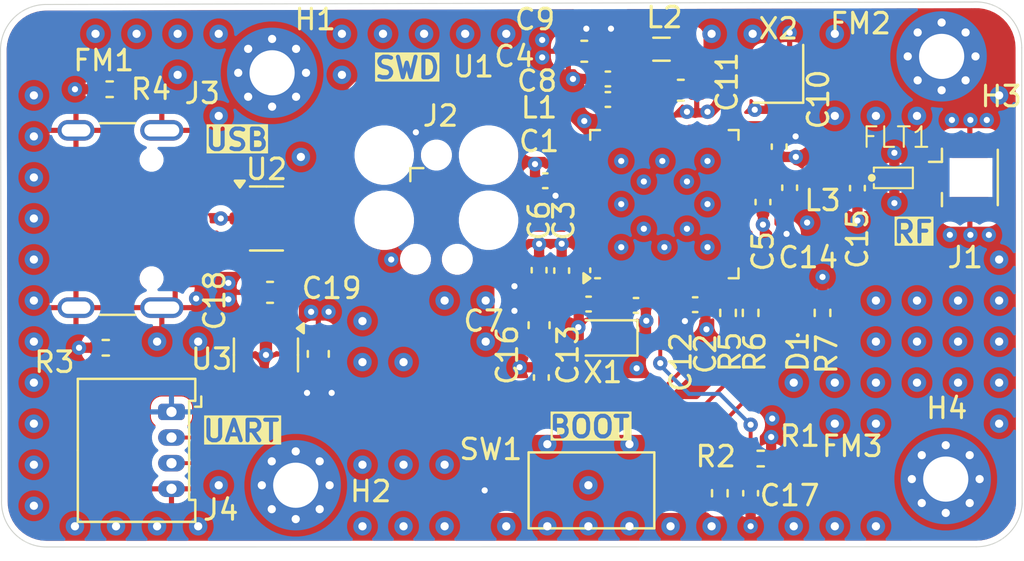
<source format=kicad_pcb>
(kicad_pcb (version 20241229) (generator "pcbnew") (generator_version "9.0")
  (layers (0 "F.Cu" signal) (4 "In1.Cu" signal) (6 "In2.Cu" signal) (2 "B.Cu" signal) (13 "F.Paste" user) (15 "B.Paste" user) (5 "F.SilkS" user "F.Silkscreen") (7 "B.SilkS" user "B.Silkscreen") (1 "F.Mask" user) (3 "B.Mask" user) (25 "Edge.Cuts" user))
  (net 0 "")
  (net 1 "GND")
  (net 2 "+3.3V")
  (net 3 "/SMPSFB")
  (net 4 "/LSE_OUT")
  (net 5 "/LSE_IN")
  (net 6 "/RF")
  (net 7 "/RF_MATCH")
  (net 8 "/SWD_NRST")
  (net 9 "+5V")
  (net 10 "/LED_A")
  (net 11 "/LED_K")
  (net 12 "/RF_ANT")
  (net 15 "/SMPSLX")
  (net 16 "/BSW")
  (net 17 "/UART_TX")
  (net 18 "/UART_DX")
  (net 20 "/USB_D+")
  (net 22 "/USB_D-")
  (net 27 "/HSE_IN")
  (net 32 "/HSE_OUT")
  (net 45 "/SWD_CLK")
  (net 46 "/SWD_DIO")
  (net 47 "/SWD_TRC")
  (net 48 "/USBC_CC1")
  (net 49 "/USBC_D-")
  (net 50 "/USBC_D+")
  (net 51 "/USBC_CC2")
  (net 52 "/UART_RXC")
  (net 53 "/UART_TXC")
  (net 54 "/SMPSLXL")
  (net 55 "/BOOT0")
  (footprint "MountingHole:MountingHole_2.2mm_M2_Pad_Via" (layer "F.Cu") (at 68.4 80.7)
    (property "Reference" "H4")
    (property "Value" "MountingHole_Pad")
  )
  (footprint "Capacitor_SMD:C_0402_1005Metric" (layer "F.Cu") (at 59.5 67.2 -90)
    (property "Reference" "C5")
    (property "Value" "100n")
  )
  (footprint "Capacitor_SMD:C_0603_1608Metric" (layer "F.Cu") (at 35.5 71.6 180)
    (property "Reference" "C18")
    (property "Value" "4u7")
  )
  (footprint "Capacitor_SMD:C_0402_1005Metric" (layer "F.Cu") (at 48.71 75.75 90)
    (property "Reference" "C16")
    (property "Value" "100n")
  )
  (footprint "Capacitor_SMD:C_0402_1005Metric" (layer "F.Cu") (at 53.32 72.235)
    (property "Reference" "C12")
    (property "Value" "10p")
  )
  (footprint "Connector:Tag-Connect_TC2030-IDC-FP_2x03_P1.27mm_Vertical" (layer "F.Cu") (at 43.6 67.45 -90)
    (property "Reference" "J2")
    (property "Value" "Conn_ARM_SWD_TagConnect_TC2030")
  )
  (footprint "Fiducial:Fiducial_1mm_Mask2mm" (layer "F.Cu") (at 64.25 60.45)
    (property "Reference" "FM2")
    (property "Value" "Fiducial")
  )
  (footprint "Resistor_SMD:R_0402_1005Metric" (layer "F.Cu") (at 62.4 72.6 -90)
    (property "Reference" "R7")
    (property "Value" "220R")
  )
  (footprint "Connector_USB:USB_C_Receptacle_GCT_USB4105-xx-A_16P_TopMnt_Horizontal" (layer "F.Cu") (at 27.125 68.025 -90)
    (property "Reference" "J3")
    (property "Value" "USB_C_Receptacle_USB2.0_16P")
  )
  (footprint "Capacitor_SMD:C_0402_1005Metric" (layer "F.Cu") (at 60.29 64.5 -90)
    (property "Reference" "C10")
    (property "Value" "100n")
  )
  (footprint "Resistor_SMD:R_0402_1005Metric" (layer "F.Cu") (at 27.69 61.7 180)
    (property "Reference" "R4")
    (property "Value" "5k1")
  )
  (footprint "Capacitor_SMD:C_0402_1005Metric" (layer "F.Cu") (at 51.95 62.2 180)
    (property "Reference" "C8")
    (property "Value" "100n")
  )
  (footprint "Capacitor_SMD:C_0402_1005Metric" (layer "F.Cu") (at 49.7 70.54 90)
    (property "Reference" "C3")
    (property "Value" "100n")
  )
  (footprint "Fiducial:Fiducial_1mm_Mask2mm" (layer "F.Cu") (at 63.85 81.05)
    (property "Reference" "FM3")
    (property "Value" "Fiducial")
  )
  (footprint "Resistor_SMD:R_0402_1005Metric" (layer "F.Cu") (at 59.39 79.7)
    (property "Reference" "R1")
    (property "Value" "5k1")
  )
  (footprint "Capacitor_SMD:C_0402_1005Metric" (layer "F.Cu") (at 60.8 66.5 -90)
    (property "Reference" "C14")
    (property "Value" "0p8")
  )
  (footprint "MountingHole:MountingHole_2.2mm_M2_Pad_Via" (layer "F.Cu") (at 68.2 60.1)
    (property "Reference" "H3")
    (property "Value" "MountingHole_Pad")
  )
  (footprint "StarerProject_PCBFootPrint:Untitled" (layer "F.Cu") (at 65.9 66.02)
    (property "Reference" "FLT1")
    (property "Value" "DLF162500LT-5028A1")
  )
  (footprint "Fiducial:Fiducial_1mm_Mask2mm" (layer "F.Cu") (at 24.6 59.6)
    (property "Reference" "FM1")
    (property "Value" "Fiducial")
  )
  (footprint "Capacitor_SMD:C_0402_1005Metric" (layer "F.Cu") (at 58.9 81.39 -90)
    (property "Reference" "C17")
    (property "Value" "100n")
  )
  (footprint "Crystal:Crystal_SMD_2012-2Pin_2.0x1.2mm" (layer "F.Cu") (at 52.13 73.82 180)
    (property "Reference" "X1")
    (property "Value" "32kHz768")
  )
  (footprint "Inductor_SMD:L_0805_2012Metric" (layer "F.Cu") (at 54.56 59.75)
    (property "Reference" "L2")
    (property "Value" "10u")
  )
  (footprint "LED_SMD:LED_0402_1005Metric" (layer "F.Cu") (at 61.2 72.6 90)
    (property "Reference" "D1")
    (property "Value" "LED")
  )
  (footprint "Capacitor_SMD:C_0603_1608Metric" (layer "F.Cu") (at 55.5 61.75)
    (property "Reference" "C11")
    (property "Value" "4u7")
  )
  (footprint "Button_Switch_SMD:SW_SPST_CK_RS282G05A3" (layer "F.Cu") (at 51.15 81.25 180)
    (property "Reference" "SW1")
    (property "Value" "SW_Push")
  )
  (footprint "Resistor_SMD:R_0402_1005Metric" (layer "F.Cu") (at 57.8 72.6 90)
    (property "Reference" "R5")
    (property "Value" "220R")
  )
  (footprint "Capacitor_SMD:C_0402_1005Metric" (layer "F.Cu") (at 51.01 72.17 180)
    (property "Reference" "C13")
    (property "Value" "10p")
  )
  (footprint "Capacitor_SMD:C_0402_1005Metric" (layer "F.Cu") (at 48.9 66.16 180)
    (property "Reference" "C1")
    (property "Value" "100n")
  )
  (footprint "Package_TO_SOT_SMD:TSOT-23-5" (layer "F.Cu") (at 35.3 74.65 -90)
    (property "Reference" "U3")
    (property "Value" "MIC5365-3.3YD5")
  )
  (footprint "Capacitor_SMD:C_0402_1005Metric" (layer "F.Cu") (at 64.1 66.52 -90)
    (property "Reference" "C15")
    (property "Value" "0p3")
  )
  (footprint "Capacitor_SMD:C_0402_1005Metric" (layer "F.Cu") (at 48.6 70.52 90)
    (property "Reference" "C6")
    (property "Value" "100n")
  )
  (footprint "Capacitor_SMD:C_0603_1608Metric" (layer "F.Cu") (at 37.85 74.6 90)
    (property "Reference" "C19")
    (property "Value" "4u7")
  )
  (footprint "Resistor_SMD:R_0402_1005Metric" (layer "F.Cu") (at 27.5 74.3 180)
    (property "Reference" "R3")
    (property "Value" "5k1")
  )
  (footprint "Crystal:Crystal_SMD_2016-4Pin_2.0x1.6mm" (layer "F.Cu") (at 60.25 60.95 90)
    (property "Reference" "X2")
    (property "Value" "32MHz")
  )
  (footprint "Capacitor_SMD:C_0603_1608Metric" (layer "F.Cu") (at 48.6 73.2 -90)
    (property "Reference" "C7")
    (property "Value" "4u7")
  )
  (footprint "Capacitor_SMD:C_0603_1608Metric" (layer "F.Cu") (at 50.8 59.85 180)
    (property "Reference" "C9")
    (property "Value" "4u7")
  )
  (footprint "Connector_Molex:Molex_PicoBlade_53048-0410_1x04_P1.25mm_Horizontal" (layer "F.Cu") (at 30.7 77.425 -90)
    (property "Reference" "J4")
    (property "Value" "Conn_01x04")
  )
  (footprint "MountingHole:MountingHole_2.2mm_M2_Pad_Via" (layer "F.Cu") (at 36.75 81)
    (property "Reference" "H2")
    (property "Value" "MountingHole_Pad")
  )
  (footprint "Capacitor_SMD:C_0402_1005Metric" (layer "F.Cu") (at 56.2 72.2)
    (property "Reference" "C2")
    (property "Value" "100n")
  )
  (footprint "Inductor_SMD:L_0402_1005Metric" (layer "F.Cu") (at 53.45 61.715 90)
    (property "Reference" "L1")
    (property "Value" "10n")
  )
  (footprint "Inductor_SMD:L_0402_1005Metric" (layer "F.Cu") (at 62.5 66)
    (property "Reference" "L3")
    (property "Value" "2n7")
  )
  (footprint "Resistor_SMD:R_0402_1005Metric" (layer "F.Cu") (at 58.9 72.6 90)
    (property "Reference" "R6")
    (property "Value" "220R")
  )
  (footprint "Package_TO_SOT_SMD:SOT-23-6" (layer "F.Cu") (at 35.325 68)
    (property "Reference" "U2")
    (property "Value" "USBLC6-2SC6")
  )
  (footprint "MountingHole:MountingHole_2.2mm_M2_Pad_Via" (layer "F.Cu") (at 35.6 60.9)
    (property "Reference" "H1")
    (property "Value" "MountingHole_Pad")
  )
  (footprint "Package_DFN_QFN:QFN-48-1EP_7x7mm_P0.5mm_EP5.6x5.6mm" (layer "F.Cu") (at 54.7 67.3 90)
    (property "Reference" "U1")
    (property "Value" "STM32WB55CEU6")
  )
  (footprint "Capacitor_SMD:C_0402_1005Metric" (layer "F.Cu") (at 51.95 61.2 180)
    (property "Reference" "C4")
    (property "Value" "100n")
  )
  (footprint "Resistor_SMD:R_0402_1005Metric" (layer "F.Cu") (at 57.4 81.39 -90)
    (property "Reference" "R2")
    (property "Value" "220R")
  )
  (footprint "Connector_Coaxial:U.FL_Hirose_U.FL-R-SMT-1_Vertical" (layer "F.Cu") (at 69.1 66)
    (property "Reference" "J1")
    (property "Value" "Conn_Coaxial")
  )
  (gr_line (start 69.88279 83.999566) (end 24.636392 84.007439) (stroke (width 0.05)) (layer "Edge.Cuts"))
  (gr_arc (start 22.375451 59.712674) (mid 23.050828 58.197461) (end 24.586514 57.570032) (stroke (width 0.05)) (layer "Edge.Cuts"))
  (gr_arc (start 24.636392 84.00744) (mid 23.0501 83.351269) (end 22.425395 81.752341) (stroke (width 0.05)) (layer "Edge.Cuts"))
  (gr_arc (start 69.738096 57.449495) (mid 71.401672 58.052346) (end 72.09999 59.678136) (stroke (width 0.05)) (layer "Edge.Cuts"))
  (gr_line (start 24.586514 57.570026) (end 69.738096 57.449495) (stroke (width 0.05)) (layer "Edge.Cuts"))
  (gr_line (start 22.425395 81.752315) (end 22.375451 59.712674) (stroke (width 0.05)) (layer "Edge.Cuts"))
  (gr_line (start 72.1 59.671275) (end 72.121687 81.904656) (stroke (width 0.05)) (layer "Edge.Cuts"))
  (gr_arc (start 72.121687 81.904656) (mid 71.421783 83.397922) (end 69.886302 83.999566) (stroke (width 0.05)) (layer "Edge.Cuts"))
  (gr_text "SWD" (at 40.5 61.25 0) (layer "F.SilkS" knockout) (effects (font (size 1 1) (thickness 0.2) (bold yes)) (justify left bottom)))
  (gr_text "USB" (at 32.25 64.75 0) (layer "F.SilkS" knockout) (effects (font (size 1 1) (thickness 0.2) (bold yes)) (justify left bottom)))
  (gr_text "BOOT" (at 49 78.75 0) (layer "F.SilkS" knockout) (effects (font (size 1 1) (thickness 0.2) (bold yes)) (justify left bottom)))
  (gr_text "RF" (at 65.75 69.25 0) (layer "F.SilkS" knockout) (effects (font (size 1 1) (thickness 0.2) (bold yes)) (justify left bottom)))
  (gr_text "UART" (at 32.13 78.94 0) (layer "F.SilkS" knockout) (effects (font (size 1 1) (thickness 0.2) (bold yes)) (justify left bottom)))
  (segment (start 42.607768 68.72) (end 41.4 69.927768) (width 0.19) (layer "F.Cu") (net 1))
  (segment (start 48.82 75.25) (end 47.65 75.25) (width 0.5) (layer "F.Cu") (net 1))
  (segment (start 27.2 61.7) (end 26 61.7) (width 0.5) (layer "F.Cu") (net 1))
  (segment (start 58.1375 65.55) (end 58.88 65.55) (width 0.25) (layer "F.Cu") (net 1))
  (segment (start 58.88 65.55) (end 59.6 64.83) (width 0.25) (layer "F.Cu") (net 1))
  (segment (start 58.9 81.8) (end 58.9 83) (width 0.5) (layer "F.Cu") (net 1))
  (segment (start 50.53 73.28) (end 50.51 73.3) (width 0.5) (layer "F.Cu") (net 1))
  (segment (start 64.1 66.89) (end 64.1 68.1) (width 0.5) (layer "F.Cu") (net 1))
  (segment (start 33.81 71.6) (end 33.47 71.94) (width 0.19) (layer "F.Cu") (net 1))
  (segment (start 26.99 74.3) (end 26.2 74.3) (width 0.5) (layer "F.Cu") (net 1))
  (segment (start 34.725 71.6) (end 33.93 71.6) (width 0.19) (layer "F.Cu") (net 1))
  (segment (start 62.4 72.11) (end 62.4 70.85) (width 0.5) (layer "F.Cu") (net 1))
  (segment (start 60.8 67.35) (end 61.65 68.2) (width 0.5) (layer "F.Cu") (net 1))
  (segment (start 32.215 64.825) (end 32.4 64.64) (width 0.19) (layer "F.Cu") (net 1))
  (segment (start 51.46 61.2) (end 50.25 61.2) (width 0.5) (layer "F.Cu") (net 1))
  (segment (start 32.1 63.7) (end 32.095 63.705) (width 0.19) (layer "F.Cu") (net 1))
  (segment (start 35.3 74.65) (end 35.3 73.5125) (width 0.6) (layer "F.Cu") (net 1))
  (segment (start 48.4 66.17) (end 48.4 65.35) (width 0.5) (layer "F.Cu") (net 1))
  (segment (start 41.4 69.927768) (end 41.4 70) (width 0.19) (layer "F.Cu") (net 1))
  (segment (start 42.965 68.72) (end 42.607768 68.72) (width 0.19) (layer "F.Cu") (net 1))
  (segment (start 60.28 65) (end 61.1 65) (width 0.5) (layer "F.Cu") (net 1))
  (segment (start 60.8 66.99) (end 60.8 67.35) (width 0.5) (layer "F.Cu") (net 1))
  (segment (start 50.53 72.17) (end 50.53 73.28) (width 0.5) (layer "F.Cu") (net 1))
  (segment (start 32.4 63.7) (end 32.1 63.7) (width 0.19) (layer "F.Cu") (net 1))
  (segment (start 59.596154 64.83) (end 59.6 64.83) (width 0.25) (layer "F.Cu") (net 1))
  (segment (start 59.7 62.7) (end 59.1 62.7) (width 0.19) (layer "F.Cu") (net 1))
  (segment (start 30.805 64.825) (end 32.215 64.825) (width 0.19) (layer "F.Cu") (net 1))
  (segment (start 53.95 66.55) (end 54.7 67.3) (width 0.25) (layer "F.Cu") (net 1))
  (segment (start 33.93 71.6) (end 33.81 71.6) (width 0.19) (layer "F.Cu") (net 1))
  (segment (start 56.7 72.09) (end 56.7 73.35) (width 0.5) (layer "F.Cu") (net 1))
  (segment (start 48.6 70.06) (end 48.6 69.24) (width 0.5) (layer "F.Cu") (net 1))
  (segment (start 65.9 66.2475) (end 65.9 67.25) (width 0.5) (layer "F.Cu") (net 1))
  (segment (start 59.7 61.65) (end 59.7 62.7) (width 0.19) (layer "F.Cu") (net 1))
  (segment (start 59.5 67.6) (end 59.5 68.3) (width 0.5) (layer "F.Cu") (net 1))
  (segment (start 53.8 72.235) (end 53.8 72.965) (width 0.5) (layer "F.Cu") (net 1))
  (segment (start 65.9 65.7925) (end 65.9 64.8) (width 0.5) (layer "F.Cu") (net 1))
  (segment (start 32.095 63.705) (end 30.23 63.705) (width 0.19) (layer "F.Cu") (net 1))
  (segment (start 33.93 71.6) (end 33.47 71.14) (width 0.19) (layer "F.Cu") (net 1))
  (segment (start 33.1 68) (end 34.1875 68) (width 0.19) (layer "F.Cu") (net 1))
  (segment (start 32.4 64.64) (end 32.4 63.7) (width 0.19) (layer "F.Cu") (net 1))
  (segment (start 56.7 73.35) (end 56.75 73.4) (width 0.5) (layer "F.Cu") (net 1))
  (segment (start 49.7 70.05) (end 49.7 69.23) (width 0.5) (layer "F.Cu") (net 1))
  (segment (start 59.9 79.7) (end 59.9 78.65) (width 0.5) (layer "F.Cu") (net 1))
  (segment (start 53.95 63.8625) (end 53.95 66.55) (width 0.25) (layer "F.Cu") (net 1))
  (segment (start 59.6 64.83) (end 60.25 64.83) (width 0.25) (layer "F.Cu") (net 1))
  (via (at 50.8 63.25) (size 0.7) (drill 0.3) (layers "F.Cu" "B.Cu") (net 1))
  (via (at 48.4 65.35) (size 0.7) (drill 0.3) (layers "F.Cu" "B.Cu") (net 1))
  (via (at 65 72) (size 0.9) (drill 0.4) (layers "F.Cu" "B.Cu") (net 1))
  (via (at 52.6 65.2) (size 0.7) (drill 0.3) (layers "F.Cu" "B.Cu") (net 1))
  (via (at 28 83) (size 0.9) (drill 0.4) (layers "F.Cu" "B.Cu") (net 1))
  (via (at 26 61.7) (size 0.7) (drill 0.3) (layers "F.Cu" "B.Cu") (net 1))
  (via (at 71 74) (size 0.9) (drill 0.4) (layers "F.Cu" "B.Cu") (net 1))
  (via (at 40 83) (size 0.9) (drill 0.4) (layers "F.Cu" "B.Cu") (net 1))
  (via (at 35.3 74.65) (size 0.7) (drill 0.3) (layers "F.Cu" "B.Cu") (net 1))
  (via (at 56.8 67.3) (size 0.7) (drill 0.3) (layers "F.Cu" "B.Cu") (net 1))
  (via (at 56.8 65.2) (size 0.7) (drill 0.3) (layers "F.Cu" "B.Cu") (net 1))
  (via (at 53.7 68.5) (size 0.7) (drill 0.3) (layers "F.Cu" "B.Cu") (net 1))
  (via (at 54.6 65.2) (size 0.7) (drill 0.3) (layers "F.Cu" "B.Cu") (net 1))
  (via (at 67 63) (size 0.9) (drill 0.4) (layers "F.Cu" "B.Cu") (net 1))
  (via (at 42 80) (size 0.9) (drill 0.4) (layers "F.Cu" "B.Cu") (net 1))
  (via (at 41.4 70) (size 0.7) (drill 0.3) (layers "F.Cu" "B.Cu") (net 1))
  (via (at 63 76) (size 0.9) (drill 0.4) (layers "F.Cu" "B.Cu") (net 1))
  (via (at 53.7 66.2) (size 0.7) (drill 0.3) (layers "F.Cu" "B.Cu") (net 1))
  (via (at 61.65 68.2) (size 0.7) (drill 0.3) (layers "F.Cu" "B.Cu") (net 1))
  (via (at 47 59) (size 0.9) (drill 0.4) (layers "F.Cu" "B.Cu") (net 1))
  (via (at 68.6 68.8) (size 0.7) (drill 0.3) (layers "F.Cu" "B.Cu") (net 1))
  (via (at 53 79) (size 0.9) (drill 0.4) (layers "F.Cu" "B.Cu") (net 1))
  (via (at 61 76) (size 0.9) (drill 0.4) (layers "F.Cu" "B.Cu") (net 1))
  (via (at 31 61) (size 0.9) (drill 0.4) (layers "F.Cu" "B.Cu") (net 1))
  (via (at 52.6 69.4) (size 0.7) (drill 0.3) (layers "F.Cu" "B.Cu") (net 1))
  (via (at 53.35 75.3) (size 0.7) (drill 0.3) (layers "F.Cu" "B.Cu") (net 1))
  (via (at 65.9 64.8) (size 0.7) (drill 0.3) (layers "F.Cu" "B.Cu") (net 1))
  (via (at 67 76) (size 0.9) (drill 0.4) (layers "F.Cu" "B.Cu") (net 1))
  (via (at 42 83) (size 0.9) (drill 0.4) (layers "F.Cu" "B.Cu") (net 1))
  (via (at 48.6 69.24) (size 0.7) (drill 0.3) (layers "F.Cu" "B.Cu") (net 1))
  (via (at 52.6 67.3) (size 0.7) (drill 0.3) (layers "F.Cu" "B.Cu") (net 1))
  (via (at 24 70) (size 0.9) (drill 0.4) (layers "F.Cu" "B.Cu") (net 1))
  (via (at 40 80) (size 0.9) (drill 0.4) (layers "F.Cu" "B.Cu") (net 1))
  (via (at 43 59) (size 0.9) (drill 0.4) (layers "F.Cu" "B.Cu") (net 1))
  (via (at 61.1 65) (size 0.7) (drill 0.3) (layers "F.Cu" "B.Cu") (net 1))
  (via (at 71 76) (size 0.9) (drill 0.4) (layers "F.Cu" "B.Cu") (net 1))
  (via (at 39 61) (size 0.9) (drill 0.4) (layers "F.Cu" "B.Cu") (net 1))
  (via (at 26.2 74.3) (size 0.7) (drill 0.3) (layers "F.Cu" "B.Cu") (net 1))
  (via (at 71 70) (size 0.9) (drill 0.4) (layers "F.Cu" "B.Cu") (net 1))
  (via (at 37.5 72.55) (size 0.7) (drill 0.3) (layers "F.Cu" "B.Cu") (net 1))
  (via (at 33 59) (size 0.9) (drill 0.4) (layers "F.Cu" "B.Cu") (net 1))
  (via (at 51 83) (size 0.9) (drill 0.4) (layers "F.Cu" "B.Cu") (net 1))
  (via (at 49 79) (size 0.9) (drill 0.4) (layers "F.Cu" "B.Cu") (net 1))
  (via (at 30 83) (size 0.9) (drill 0.4) (layers "F.Cu" "B.Cu") (net 1))
  (via (at 53.82 72.985) (size 0.7) (drill 0.3) (layers "F.Cu" "B.Cu") (net 1))
  (via (at 69 72) (size 0.9) (drill 0.4) (layers "F.Cu" "B.Cu") (net 1))
  (via (at 59.9 78.65) (size 0.7) (drill 0.3) (layers "F.Cu" "B.Cu") (net 1))
  (via (at 69 74) (size 0.9) (drill 0.4) (layers "F.Cu" "B.Cu") (net 1))
  (via (at 50.25 61.2) (size 0.7) (drill 0.3) (layers "F.Cu" "B.Cu") (net 1))
  (via (at 31 59) (size 0.9) (drill 0.4) (layers "F.Cu" "B.Cu") (net 1))
  (via (at 55.8 62.8) (size 0.7) (drill 0.3) (layers "F.Cu" "B.Cu") (net 1))
  (via (at 67 72) (size 0.9) (drill 0.4) (layers "F.Cu" "B.Cu") (net 1))
  (via (at 24 74) (size 0.9) (drill 0.4) (layers "F.Cu" "B.Cu") (net 1))
  (via (at 70.4 63.2) (size 0.7) (drill 0.3) (layers "F.Cu" "B.Cu") (net 1))
  (via (at 24 82) (size 0.9) (drill 0.4) (layers "F.Cu" "B.Cu") (net 1))
  (via (at 71 78) (size 0.9) (drill 0.4) (layers "F.Cu" "B.Cu") (net 1))
  (via (at 24 76) (size 0.9) (drill 0.4) (layers "F.Cu" "B.Cu") (net 1))
  (via (at 55.8 66.2) (size 0.7) (drill 0.3) (layers "F.Cu" "B.Cu") (net 1))
  (via (at 71 72) (size 0.9) (drill 0.4) (layers "F.Cu" "B.Cu") (net 1))
  (via (at 33.47 71.14) (size 0.7) (drill 0.3) (layers "F.Cu" "B.Cu") (net 1))
  (via (at 56.8 69.4) (size 0.7) (drill 0.3) (layers "F.Cu" "B.Cu") (net 1))
  (via (at 62.4 70.85) (size 0.7) (drill 0.3) (layers "F.Cu" "B.Cu") (net 1))
  (via (at 50.51 73.3) (size 0.7) (drill 0.3) (layers "F.Cu" "B.Cu") (net 1))
  (via (at 48.75 59.3) (size 0.7) (drill 0.3) (layers "F.Cu" "B.Cu") (net 1))
  (via (at 42 75) (size 0.9) (drill 0.4) (layers "F.Cu" "B.Cu") (net 1))
  (via (at 65 63) (size 0.9) (drill 0.4) (layers "F.Cu" "B.Cu") (net 1))
  (via (at 30 74) (size 0.9) (drill 0.4) (layers "F.Cu" "B.Cu") (net 1))
  (via (at 65 76) (size 0.9) (drill 0.4) (layers "F.Cu" "B.Cu") (net 1))
  (via (at 64.1 68.1) (size 0.7) (drill 0.3) (layers "F.Cu" "B.Cu") (net 1))
  (via (at 47.65 75.25) (size 0.7) (drill 0.3) (layers "F.Cu" "B.Cu") (net 1))
  (via (at 61 83) (size 0.9) (drill 0.4) (layers "F.Cu" "B.Cu") (net 1))
  (via (at 39 59) (size 0.9) (drill 0.4) (layers "F.Cu" "B.Cu") (net 1))
  (via (at 55.8 68.5) (size 0.7) (drill 0.3) (layers "F.Cu" "B.Cu") (net 1))
  (via (at 44 72) (size 0.9) (drill 0.4) (layers "F.Cu" "B.Cu") (net 1))
  (via (at 24 68) (size 0.9) (drill 0.4) (layers "F.Cu" "B.Cu") (net 1))
  (via (at 44 83) (size 0.9) (drill 0.4) (layers "F.Cu" "B.Cu") (net 1))
  (via (at 65.9 67.25) (size 0.7) (drill 0.3) (layers "F.Cu" "B.Cu") (net 1))
  (via (at 24 78) (size 0.9) (drill 0.4) (layers "F.Cu" "B.Cu") (net 1))
  (via (at 67 74) (size 0.9) (drill 0.4) (layers "F.Cu" "B.Cu") (net 1))
  (via (at 63 78) (size 0.9) (drill 0.4) (layers "F.Cu" "B.Cu") (net 1))
  (via (at 57 59) (size 0.9) (drill 0.4) (layers "F.Cu" "B.Cu") (net 1))
  (via (at 40 73) (size 0.9) (drill 0.4) (layers "F.Cu" "B.Cu") (net 1))
  (via (at 63 83) (size 0.9) (drill 0.4) (layers "F.Cu" "B.Cu") (net 1))
  (via (at 46 74) (size 0.9) (drill 0.4) (layers "F.Cu" "B.Cu") (net 1))
  (via (at 44 80) (size 0.9) (drill 0.4) (layers "F.Cu" "B.Cu") (net 1))
  (via (at 47 83) (size 0.9) (drill 0.4) (layers "F.Cu" "B.Cu") (net 1))
  (via (at 37 65) (size 0.9) (drill 0.4) (layers "F.Cu" "B.Cu") (net 1))
  (via (at 57 83) (size 0.9) (drill 0.4) (layers "F.Cu" "B.Cu") (net 1))
  (via (at 49.7 69.23) (size 0.7) (drill 0.3) (layers "F.Cu" "B.Cu") (net 1))
  (via (at 70.5 68.8) (size 0.7) (drill 0.3) (layers "F.Cu" "B.Cu") (net 1))
  (via (at 33.47 71.94) (size 0.7) (drill 0.3) (layers "F.Cu" "B.Cu") (net 1))
  (via (at 24 66) (size 0.9) (drill 0.4) (layers "F.Cu" "B.Cu") (net 1))
  (via (at 65 74) (size 0.9) (drill 0.4) (layers "F.Cu" "B.Cu") (net 1))
  (via (at 59 59) (size 0.9) (drill 0.4) (layers "F.Cu" "B.Cu") (net 1))
  (via (at 32 83) (size 0.9) (drill 0.4) (layers "F.Cu" "B.Cu") (net 1))
  (via (at 56.75 73.4) (size 0.7) (drill 0.3) (layers "F.Cu" "B.Cu") (net 1))
  (via (at 33.1 68) (size 0.7) (drill 0.3) (layers "F.Cu" "B.Cu") (net 1))
  (via (at 53 83) (size 0.9) (drill 0.4) (layers "F.Cu" "B.Cu") (net 1))
  (via (at 69 76) (size 0.9) (drill 0.4) (layers "F.Cu" "B.Cu") (net 1))
  (via (at 26 83) (size 0.9) (drill 0.4) (layers "F.Cu" "B.Cu") (net 1))
  (via (at 38.35 72.55) (size 0.7) (drill 0.3) (layers "F.Cu" "B.Cu") (net 1))
  (via (at 54.7 69.4) (size 0.7) (drill 0.3) (layers "F.Cu" "B.Cu") (net 1))
  (via (at 65 78) (size 0.9) (drill 0.4) (layers "F.Cu" "B.Cu") (net 1))
  (via (at 24 62) (size 0.9) (drill 0.4) (layers "F.Cu" "B.Cu") (net 1))
  (via (at 60.8 58.95) (size 0.7) (drill 0.3) (layers "F.Cu" "B.Cu") (net 1))
  (via (at 27 59) (size 0.9) (drill 0.4) (layers "F.Cu" "B.Cu") (net 1))
  (via (at 71 62) (size 0.9) (drill 0.4) (layers "F.Cu" "B.Cu") (net 1))
  (via (at 65 83) (size 0.9) (drill 0.4) (layers "F.Cu" "B.Cu") (net 1))
  (via (at 48.75 60.15) (size 0.7) (drill 0.3) (layers "F.Cu" "B.Cu") (net 1))
  (via (at 59.1 62.7) (size 0.7) (drill 0.3) (layers "F.Cu" "B.Cu") (net 1))
  (via (at 51 81) (size 0.9) (drill 0.4) (layers "F.Cu" "B.Cu") (net 1))
  (via (at 49 83) (size 0.9) (drill 0.4) (layers "F.Cu" "B.Cu") (net 1))
  (via (at 69.6 63.2) (size 0.7) (drill 0.3) (layers "F.Cu" "B.Cu") (net 1))
  (via (at 31.9 71.9) (size 0.7) (drill 0.3) (layers "F.Cu" "B.Cu") (net 1))
  (via (at 40 75) (size 0.9) (drill 0.4) (layers "F.Cu" "B.Cu") (net 1))
  (via (at 46 72) (size 0.9) (drill 0.4) (layers "F.Cu" "B.Cu") (net 1))
  (via (at 24 72) (size 0.9) (drill 0.4) (layers "F.Cu" "B.Cu") (net 1))
  (via (at 33 81) (size 0.9) (drill 0.4) (layers "F.Cu" "B.Cu") (net 1))
  (via (at 68.7 63.2) (size 0.7) (drill 0.3) (layers "F.Cu" "B.Cu") (net 1))
  (via (at 63 63) (size 0.9) (drill 0.4) (layers "F.Cu" "B.Cu") (net 1))
  (via (at 63 59) (size 0.9) (drill 0.4) (layers "F.Cu" "B.Cu") (net 1))
  (via (at 32 74) (size 0.9) (drill 0.4) (layers "F.Cu" "B.Cu") (net 1))
  (via (at 33 63) (size 0.9) (drill 0.4) (layers "F.Cu" "B.Cu") (net 1))
  (via (at 24 80) (size 0.9) (drill 0.4) (layers "F.Cu" "B.Cu") (net 1))
  (via (at 24 64) (size 0.9) (drill 0.4) (layers "F.Cu" "B.Cu") (net 1))
  (via (at 59.5 68.3) (size 0.7) (drill 0.3) (layers "F.Cu" "B.Cu") (net 1))
  (via (at 56.8 62.8) (size 0.7) (drill 0.3) (layers "F.Cu" "B.Cu") (net 1))
  (via (at 55 83) (size 0.9) (drill 0.4) (layers "F.Cu" "B.Cu") (net 1))
  (via (at 69.6 68.8) (size 0.7) (drill 0.3) (layers "F.Cu" "B.Cu") (net 1))
  (via (at 45 59) (size 0.9) (drill 0.4) (layers "F.Cu" "B.Cu") (net 1))
  (via (at 29 59) (size 0.9) (drill 0.4) (layers "F.Cu" "B.Cu") (net 1))
  (via (at 41 59) (size 0.9) (drill 0.4) (layers "F.Cu" "B.Cu") (net 1))
  (via (at 59.95 77.75) (size 0.7) (drill 0.3) (layers "F.Cu" "B.Cu") (net 1))
  (via (at 58.9 83) (size 0.7) (drill 0.3) (layers "F.Cu" "B.Cu") (net 1))
  (segment (start 58.65 65.05) (end 59.68 64.02) (width 0.25) (layer "F.Cu") (net 2))
  (segment (start 59.68 64.02) (end 60.29 64.02) (width 0.25) (layer "F.Cu") (net 2))
  (segment (start 42.7487 63.9487) (end 42.6 63.8) (width 0.19) (layer "F.Cu") (net 2))
  (segment (start 52.45 63.8625) (end 52.95 63.8625) (width 0.19) (layer "F.Cu") (net 2))
  (segment (start 60.154 66.854) (end 60.154 68.254) (width 0.19) (layer "F.Cu") (net 2))
  (segment (start 50.2 66.16) (end 50.49 66.16) (width 0.25) (layer "F.Cu") (net 2))
  (segment (start 55.72 71.57) (end 55.72 72.2) (width 0.19) (layer "F.Cu") (net 2))
  (segment (start 59.33 66.55) (end 59.5 66.72) (width 0.19) (layer "F.Cu") (net 2))
  (segment (start 60.154 68.254) (end 60.65 68.75) (width 0.19) (layer "F.Cu") (net 2))
  (segment (start 59.5 66.72) (end 60.02 66.72) (width 0.19) (layer "F.Cu") (net 2))
  (segment (start 49.4 66.11) (end 49.4 66.89) (width 0.5) (layer "F.Cu") (net 2))
  (segment (start 50.49 66.16) (end 50.6 66.05) (width 0.25) (layer "F.Cu") (net 2))
  (segment (start 55.45 70.7375) (end 55.45 71.3) (width 0.19) (layer "F.Cu") (net 2))
  (segment (start 49.41 66.05) (end 49.38 66.02) (width 0.25) (layer "F.Cu") (net 2))
  (segment (start 42.965 66.18) (end 42.7487 65.9637) (width 0.19) (layer "F.Cu") (net 2))
  (segment (start 60.02 66.72) (end 60.154 66.854) (width 0.19) (layer "F.Cu") (net 2))
  (segment (start 55.45 71.3) (end 55.72 71.57) (width 0.19) (layer "F.Cu") (net 2))
  (segment (start 60.27 64) (end 61.09 64) (width 0.5) (layer "F.Cu") (net 2))
  (segment (start 58.1375 66.55) (end 59.33 66.55) (width 0.19) (layer "F.Cu") (net 2))
  (segment (start 55.72 72.2) (end 55.72 72.98) (width 0.5) (layer "F.Cu") (net 2))
  (segment (start 50.6 66.05) (end 51.2625 66.05) (width 0.25) (layer "F.Cu") (net 2))
  (segment (start 50.2 66.16) (end 49.38 66.16) (width 0.5) (layer "F.Cu") (net 2))
  (segment (start 55.72 72.98) (end 55.7 73) (width 0.5) (layer "F.Cu") (net 2))
  (segment (start 58.1375 65.05) (end 58.65 65.05) (width 0.25) (layer "F.Cu") (net 2))
  (segment (start 42.7487 65.9637) (end 42.7487 63.9487) (width 0.19) (layer "F.Cu") (net 2))
  (segment (start 45.95 81.25) (end 47.25 81.25) (width 0.6) (layer "F.Cu") (net 2))
  (via (at 47.4 72.5) (size 0.7) (drill 0.3) (layers "F.Cu" "B.Cu") (net 2))
  (via (at 61.09 64) (size 0.7) (drill 0.3) (layers "F.Cu" "B.Cu") (net 2))
  (via (at 50.9 58.75) (size 0.7) (drill 0.3) (layers "F.Cu" "B.Cu") (net 2))
  (via (at 55.7 73) (size 0.7) (drill 0.3) (layers "F.Cu" "B.Cu") (net 2))
  (via (at 37.3 76.5) (size 0.7) (drill 0.3) (layers "F.Cu" "B.Cu") (net 2))
  (via (at 45.95 81.25) (size 0.7) (drill 0.3) (layers "F.Cu" "B.Cu") (net 2))
  (via (at 49.4 66.89) (size 0.7) (drill 0.3) (layers "F.Cu" "B.Cu") (net 2))
  (via (at 38.5 76.5) (size 0.7) (drill 0.3) (layers "F.Cu" "B.Cu") (net 2))
  (via (at 52.1 58.75) (size 0.7) (drill 0.3) (layers "F.Cu" "B.Cu") (net 2))
  (via (at 42.6 63.8) (size 0.7) (drill 0.3) (layers "F.Cu" "B.Cu") (net 2))
  (via (at 60.65 68.75) (size 0.7) (drill 0.3) (layers "F.Cu" "B.Cu") (net 2))
  (via (at 47.4 71.3) (size 0.7) (drill 0.3) (layers "F.Cu" "B.Cu") (net 2))
  (segment (start 37.4 76.5) (end 38.3 76.5) (width 0.6) (layer "B.Cu") (net 2))
  (segment (start 52.85 73.8) (end 52.83 73.82) (width 0.19) (layer "F.Cu") (net 4))
  (segment (start 52.8 74.1) (end 52.73 74.17) (width 0.19) (layer "F.Cu") (net 4))
  (segment (start 52.85 72.12) (end 52.85 73.8) (width 0.19) (layer "F.Cu") (net 4))
  (segment (start 52.95 71.55) (end 52.84 71.66) (width 0.19) (layer "F.Cu") (net 4))
  (segment (start 52.84 71.66) (end 52.84 72.235) (width 0.19) (layer "F.Cu") (net 4))
  (segment (start 52.95 70.7375) (end 52.95 71.55) (width 0.19) (layer "F.Cu") (net 4))
  (segment (start 52.45 71.35) (end 52.15 71.65) (width 0.19) (layer "F.Cu") (net 5))
  (segment (start 51.49 72.17) (end 51.49 73.76) (width 0.19) (layer "F.Cu") (net 5))
  (segment (start 52.15 71.65) (end 52.15 71.95) (width 0.19) (layer "F.Cu") (net 5))
  (segment (start 52.45 70.7375) (end 52.45 71.35) (width 0.19) (layer "F.Cu") (net 5))
  (segment (start 51.93 72.17) (end 51.49 72.17) (width 0.19) (layer "F.Cu") (net 5))
  (segment (start 51.49 74.13) (end 51.505 74.145) (width 0.19) (layer "F.Cu") (net 5))
  (segment (start 52.15 71.95) (end 51.93 72.17) (width 0.19) (layer "F.Cu") (net 5))
  (segment (start 51.49 73.76) (end 51.43 73.82) (width 0.19) (layer "F.Cu") (net 5))
  (segment (start 60.8 66.02) (end 61.995 66.02) (width 0.19) (layer "F.Cu") (net 6))
  (segment (start 61.995 66.02) (end 62.015 66) (width 0.19) (layer "F.Cu") (net 6))
  (segment (start 58.1375 66.05) (end 60.77 66.05) (width 0.19) (layer "F.Cu") (net 6))
  (segment (start 60.77 66.05) (end 60.8 66.02) (width 0.19) (layer "F.Cu") (net 6))
  (segment (start 65.2675 66.04) (end 65.2875 66.02) (width 0.19) (layer "F.Cu") (net 7))
  (segment (start 62.985 66) (end 64.06 66) (width 0.19) (layer "F.Cu") (net 7))
  (segment (start 64.1 66.04) (end 65.2675 66.04) (width 0.19) (layer "F.Cu") (net 7))
  (segment (start 64.06 66) (end 64.1 66.04) (width 0.19) (layer "F.Cu") (net 7))
  (segment (start 42.015 66.5) (end 42.965 67.45) (width 0.19) (layer "F.Cu") (net 8))
  (segment (start 39.386422 67.271243) (end 40.157665 66.5) (width 0.19) (layer "F.Cu") (net 8))
  (segment (start 48.71 76.23) (end 54.72 76.23) (width 0.19) (layer "F.Cu") (net 8))
  (segment (start 55.45 73.825) (end 54.95 73.325) (width 0.19) (layer "F.Cu") (net 8))
  (segment (start 39.386422 69.636422) (end 39.386422 67.271243) (width 0.19) (layer "F.Cu") (net 8))
  (segment (start 45.98 76.23) (end 39.386422 69.636422) (width 0.19) (layer "F.Cu") (net 8))
  (segment (start 48.71 76.23) (end 45.98 76.23) (width 0.19) (layer "F.Cu") (net 8))
  (segment (start 40.157665 66.5) (end 42.015 66.5) (width 0.19) (layer "F.Cu") (net 8))
  (segment (start 55.45 75.5) (end 55.45 73.825) (width 0.19) (layer "F.Cu") (net 8))
  (segment (start 54.72 76.23) (end 55.45 75.5) (width 0.19) (layer "F.Cu") (net 8))
  (segment (start 54.95 73.325) (end 54.95 70.7375) (width 0.19) (layer "F.Cu") (net 8))
  (segment (start 36.275 70.975) (end 36.275 71.6) (width 0.5) (layer "F.Cu") (net 9))
  (segment (start 35.3 70) (end 36.275 70.975) (width 0.5) (layer "F.Cu") (net 9))
  (segment (start 30.805 65.625) (end 35.125 65.625) (width 0.5) (layer "F.Cu") (net 9))
  (segment (start 36.25 73.5125) (end 36.25 72.5) (width 0.6) (layer "F.Cu") (net 9))
  (segment (start 35.125 65.625) (end 35.3 65.8) (width 0.5) (layer "F.Cu") (net 9))
  (segment (start 34.35 73.5125) (end 34.35 72.85) (width 0.19) (layer "F.Cu") (net 9))
  (segment (start 36.25 71.625) (end 36.275 71.6) (width 0.6) (layer "F.Cu") (net 9))
  (segment (start 35.3 68.4) (end 35.7 68) (width 0.5) (layer "F.Cu") (net 9))
  (segment (start 34.7 72.5) (end 36.25 72.5) (width 0.19) (layer "F.Cu") (net 9))
  (segment (start 32.7 70) (end 35.3 70) (width 0.5) (layer "F.Cu") (net 9))
  (segment (start 32.275 70.425) (end 32.7 70) (width 0.5) (layer "F.Cu") (net 9))
  (segment (start 30.805 70.425) (end 32.275 70.425) (width 0.5) (layer "F.Cu") (net 9))
  (segment (start 34.35 72.85) (end 34.7 72.5) (width 0.19) (layer "F.Cu") (net 9))
  (segment (start 35.3 65.8) (end 35.3 68.5959) (width 0.5) (layer "F.Cu") (net 9))
  (segment (start 36.25 72.5) (end 36.25 71.625) (width 0.6) (layer "F.Cu") (net 9))
  (segment (start 35.3 70) (end 35.3 68.5959) (width 0.5) (layer "F.Cu") (net 9))
  (segment (start 35.7 68) (end 36.4625 68) (width 0.5) (layer "F.Cu") (net 9))
  (segment (start 35.3 68.5959) (end 35.3 68.4) (width 0.5) (layer "F.Cu") (net 9))
  (segment (start 58.9 69.1) (end 61.2 71.4) (width 0.19) (layer "F.Cu") (net 10))
  (segment (start 58.75 68.55) (end 58.9 68.7) (width 0.19) (layer "F.Cu") (net 10))
  (segment (start 61.2 71.4) (end 61.2 72.115) (width 0.19) (layer "F.Cu") (net 10))
  (segment (start 58.1375 68.55) (end 58.75 68.55) (width 0.19) (layer "F.Cu") (net 10))
  (segment (start 58.9 68.7) (end 58.9 69.1) (width 0.19) (layer "F.Cu") (net 10))
  (segment (start 61.2 73.085) (end 62.375 73.085) (width 0.19) (layer "F.Cu") (net 11))
  (segment (start 62.375 73.085) (end 62.4 73.11) (width 0.19) (layer "F.Cu") (net 11))
  (segment (start 66.5125 66.02) (end 68.03 66.02) (width 0.19) (layer "F.Cu") (net 12))
  (segment (start 68.03 66.02) (end 68.05 66) (width 0.19) (layer "F.Cu") (net 12))
  (segment (start 53.45 63.05) (end 53.45 62.2) (width 0.5) (layer "F.Cu") (net 15))
  (segment (start 53.45 63.8625) (end 53.45 63.05) (width 0.25) (layer "F.Cu") (net 15))
  (segment (start 57.4 81.9) (end 56.9 81.9) (width 0.19) (layer "F.Cu") (net 16))
  (segment (start 56.25 81.25) (end 55.05 81.25) (width 0.19) (layer "F.Cu") (net 16))
  (segment (start 56.9 81.9) (end 56.25 81.25) (width 0.19) (layer "F.Cu") (net 16))
  (segment (start 57.266272 71.5) (end 57.5 71.5) (width 0.19) (layer "F.Cu") (net 17))
  (segment (start 57.5 71.5) (end 57.8 71.8) (width 0.19) (layer "F.Cu") (net 17))
  (segment (start 56.95 70.7375) (end 56.95 71.183728) (width 0.19) (layer "F.Cu") (net 17))
  (segment (start 57.8 71.8) (end 57.8 72.09) (width 0.19) (layer "F.Cu") (net 17))
  (segment (start 56.95 71.183728) (end 57.266272 71.5) (width 0.19) (layer "F.Cu") (net 17))
  (segment (start 58.4875 70.7375) (end 58.9 71.15) (width 0.19) (layer "F.Cu") (net 18))
  (segment (start 57.45 70.7375) (end 58.4875 70.7375) (width 0.19) (layer "F.Cu") (net 18))
  (segment (start 58.9 71.15) (end 58.9 72.09) (width 0.19) (layer "F.Cu") (net 18))
  (segment (start 38.771 63.392044) (end 40.077044 62.086) (width 0.22) (layer "F.Cu") (net 20))
  (segment (start 38.771 67.692043) (end 38.771 63.392044) (width 0.22) (layer "F.Cu") (net 20))
  (segment (start 37.513044 68.95) (end 38.771 67.692043) (width 0.22) (layer "F.Cu") (net 20))
  (segment (start 49.314 63.777044) (end 50.586957 65.05) (width 0.22) (layer "F.Cu") (net 20))
  (segment (start 50.586957 65.05) (end 51.2625 65.05) (width 0.22) (layer "F.Cu") (net 20))
  (segment (start 49.314 62.777044) (end 49.314 63.777044) (width 0.22) (layer "F.Cu") (net 20))
  (segment (start 48.622956 62.086) (end 49.314 62.777044) (width 0.22) (layer "F.Cu") (net 20))
  (segment (start 36.4625 68.95) (end 37.513044 68.95) (width 0.22) (layer "F.Cu") (net 20))
  (segment (start 40.077044 62.086) (end 48.622956 62.086) (width 0.22) (layer "F.Cu") (net 20))
  (segment (start 49.685 62.62337) (end 49.685 63.454185) (width 0.22) (layer "F.Cu") (net 22))
  (segment (start 36.4625 67.05) (end 37.55 67.05) (width 0.22) (layer "F.Cu") (net 22))
  (segment (start 39.92337 61.715) (end 48.77663 61.715) (width 0.22) (layer "F.Cu") (net 22))
  (segment (start 37.55 67.05) (end 38.4 66.2) (width 0.22) (layer "F.Cu") (net 22))
  (segment (start 49.685 63.454185) (end 50.780815 64.55) (width 0.22) (layer "F.Cu") (net 22))
  (segment (start 48.77663 61.715) (end 49.685 62.62337) (width 0.22) (layer "F.Cu") (net 22))
  (segment (start 38.4 63.23837) (end 39.92337 61.715) (width 0.22) (layer "F.Cu") (net 22))
  (segment (start 50.780815 64.55) (end 51.2625 64.55) (width 0.22) (layer "F.Cu") (net 22))
  (segment (start 38.4 66.2) (end 38.4 63.23837) (width 0.22) (layer "F.Cu") (net 22))
  (segment (start 58.4 62.35) (end 57.45 63.3) (width 0.19) (layer "F.Cu") (net 27))
  (segment (start 59.7 60.25) (end 58.85 60.25) (width 0.19) (layer "F.Cu") (net 27))
  (segment (start 57.45 63.3) (end 57.45 63.8625) (width 0.19) (layer "F.Cu") (net 27))
  (segment (start 58.85 60.25) (end 58.4 60.7) (width 0.19) (layer "F.Cu") (net 27))
  (segment (start 58.4 60.7) (end 58.4 62.35) (width 0.19) (layer "F.Cu") (net 27))
  (segment (start 58.1375 63.8625) (end 58.1375 64.55) (width 0.19) (layer "F.Cu") (net 32))
  (segment (start 60.45 63.35) (end 58.65 63.35) (width 0.19) (layer "F.Cu") (net 32))
  (segment (start 60.8 63) (end 60.45 63.35) (width 0.19) (layer "F.Cu") (net 32))
  (segment (start 60.8 61.65) (end 60.8 63) (width 0.19) (layer "F.Cu") (net 32))
  (segment (start 58.65 63.35) (end 58.1375 63.8625) (width 0.19) (layer "F.Cu") (net 32))
  (segment (start 49.625 67.7) (end 48.45 67.7) (width 0.19) (layer "F.Cu") (net 45))
  (segment (start 45.185 66.5) (end 44.235 67.45) (width 0.19) (layer "F.Cu") (net 45))
  (segment (start 47.25 66.5) (end 45.185 66.5) (width 0.19) (layer "F.Cu") (net 45))
  (segment (start 51.2625 66.55) (end 50.775 66.55) (width 0.19) (layer "F.Cu") (net 45))
  (segment (start 50.775 66.55) (end 49.625 67.7) (width 0.19) (layer "F.Cu") (net 45))
  (segment (start 48.45 67.7) (end 47.25 66.5) (width 0.19) (layer "F.Cu") (net 45))
  (segment (start 45 63.25) (end 46.95 63.25) (width 0.19) (layer "F.Cu") (net 46))
  (segment (start 50.075 65.55) (end 51.2625 65.55) (width 0.19) (layer "F.Cu") (net 46))
  (segment (start 46.95 63.25) (end 48.25 64.55) (width 0.19) (layer "F.Cu") (net 46))
  (segment (start 48.25 64.55) (end 49.075 64.55) (width 0.19) (layer "F.Cu") (net 46))
  (segment (start 44.235 66.18) (end 44.5 65.915) (width 0.19) (layer "F.Cu") (net 46))
  (segment (start 44.5 65.915) (end 44.5 63.75) (width 0.19) (layer "F.Cu") (net 46))
  (segment (start 44.5 63.75) (end 45 63.25) (width 0.19) (layer "F.Cu") (net 46))
  (segment (start 49.075 64.55) (end 50.075 65.55) (width 0.19) (layer "F.Cu") (net 46))
  (segment (start 49.816272 68.55) (end 47.857768 68.55) (width 0.19) (layer "F.Cu") (net 47))
  (segment (start 50.816272 67.55) (end 49.816272 68.55) (width 0.19) (layer "F.Cu") (net 47))
  (segment (start 51.2625 67.55) (end 50.816272 67.55) (width 0.19) (layer "F.Cu") (net 47))
  (segment (start 45.57992 69.75) (end 44.54992 68.72) (width 0.19) (layer "F.Cu") (net 47))
  (segment (start 47.857768 68.55) (end 46.657768 69.75) (width 0.19) (layer "F.Cu") (net 47))
  (segment (start 44.54992 68.72) (end 44.235 68.72) (width 0.19) (layer "F.Cu") (net 47))
  (segment (start 46.657768 69.75) (end 45.57992 69.75) (width 0.19) (layer "F.Cu") (net 47))
  (segment (start 28.2 61.7) (end 28.2 65.9) (width 0.19) (layer "F.Cu") (net 48))
  (segment (start 28.2 65.9) (end 29.075 66.775) (width 0.19) (layer "F.Cu") (net 48))
  (segment (start 29.075 66.775) (end 30.805 66.775) (width 0.19) (layer "F.Cu") (net 48))
  (segment (start 34.1875 67.05) (end 33.015204 67.05) (width 0.22) (layer "F.Cu") (net 49))
  (segment (start 32.790204 67.275) (end 33.015204 67.05) (width 0.22) (layer "F.Cu") (net 49))
  (segment (start 29.4 67.4) (end 29.4 68.2) (width 0.22) (layer "F.Cu") (net 49))
  (segment (start 29.525 67.275) (end 29.4 67.4) (width 0.22) (layer "F.Cu") (net 49))
  (segment (start 30.805 67.275) (end 32.790204 67.275) (width 0.22) (layer "F.Cu") (net 49))
  (segment (start 29.475 68.275) (end 30.805 68.275) (width 0.22) (layer "F.Cu") (net 49))
  (segment (start 30.805 67.275) (end 29.525 67.275) (width 0.22) (layer "F.Cu") (net 49))
  (segment (start 29.4 68.2) (end 29.475 68.275) (width 0.22) (layer "F.Cu") (net 49))
  (segment (start 32.025 68.775) (end 32.1 68.7) (width 0.22) (layer "F.Cu") (net 50))
  (segment (start 33.15 68.95) (end 32.9 68.7) (width 0.22) (layer "F.Cu") (net 50))
  (segment (start 30.805 67.775) (end 31.775 67.775) (width 0.22) (layer "F.Cu") (net 50))
  (segment (start 34.1875 68.95) (end 33.15 68.95) (width 0.22) (layer "F.Cu") (net 50))
  (segment (start 32.1 68.1) (end 32.1 68.7) (width 0.22) (layer "F.Cu") (net 50))
  (segment (start 32.1 68.7) (end 32.9 68.7) (width 0.22) (layer "F.Cu") (net 50))
  (segment (start 31.775 67.775) (end 32.1 68.1) (width 0.22) (layer "F.Cu") (net 50))
  (segment (start 30.805 68.775) (end 32.025 68.775) (width 0.22) (layer "F.Cu") (net 50))
  (segment (start 30.805 69.775) (end 29.025 69.775) (width 0.19) (layer "F.Cu") (net 51))
  (segment (start 28.01 70.79) (end 28.01 74.3) (width 0.19) (layer "F.Cu") (net 51))
  (segment (start 29.025 69.775) (end 28.01 70.79) (width 0.19) (layer "F.Cu") (net 51))
  (segment (start 44.5 78.6) (end 45 78.1) (width 0.19) (layer "F.Cu") (net 52))
  (segment (start 30.7 79.925) (end 32.075 79.925) (width 0.19) (layer "F.Cu") (net 52))
  (segment (start 39.95 77.95) (end 40.6 78.6) (width 0.19) (layer "F.Cu") (net 52))
  (segment (start 58.9 76.6) (end 58.9 73.11) (width 0.19) (layer "F.Cu") (net 52))
  (segment (start 45 78.1) (end 57.4 78.1) (width 0.19) (layer "F.Cu") (net 52))
  (segment (start 34.05 77.95) (end 39.95 77.95) (width 0.19) (layer "F.Cu") (net 52))
  (segment (start 40.6 78.6) (end 44.5 78.6) (width 0.19) (layer "F.Cu") (net 52))
  (segment (start 57.4 78.1) (end 58.9 76.6) (width 0.19) (layer "F.Cu") (net 52))
  (segment (start 32.075 79.925) (end 34.05 77.95) (width 0.19) (layer "F.Cu") (net 52))
  (segment (start 44.55 76.8) (end 45 77.25) (width 0.19) (layer "F.Cu") (net 53))
  (segment (start 39.9 77.4) (end 40.5 76.8) (width 0.19) (layer "F.Cu") (net 53))
  (segment (start 57.8 75.95) (end 57.8 73.11) (width 0.19) (layer "F.Cu") (net 53))
  (segment (start 40.5 76.8) (end 44.55 76.8) (width 0.19) (layer "F.Cu") (net 53))
  (segment (start 30.7 78.675) (end 32.075 78.675) (width 0.19) (layer "F.Cu") (net 53))
  (segment (start 56.5 77.25) (end 57.8 75.95) (width 0.19) (layer "F.Cu") (net 53))
  (segment (start 33.35 77.4) (end 39.9 77.4) (width 0.19) (layer "F.Cu") (net 53))
  (segment (start 32.075 78.675) (end 33.35 77.4) (width 0.19) (layer "F.Cu") (net 53))
  (segment (start 45 77.25) (end 56.5 77.25) (width 0.19) (layer "F.Cu") (net 53))
  (segment (start 53.45 59.7975) (end 53.4975 59.75) (width 0.5) (layer "F.Cu") (net 54))
  (segment (start 53.45 61.23) (end 53.45 59.7975) (width 0.5) (layer "F.Cu") (net 54))
  (segment (start 53.45 71.364) (end 53.45 70.7375) (width 0.19) (layer "F.Cu") (net 55))
  (segment (start 58.9 78.05) (end 58.9 79.68) (width 0.19) (layer "F.Cu") (net 55))
  (segment (start 54.5 71.8) (end 54.294 71.594) (width 0.19) (layer "F.Cu") (net 55))
  (segment (start 58.88 80.89) (end 58.9 80.91) (width 0.19) (layer "F.Cu") (net 55))
  (segment (start 58.98 80.83) (end 58.9 80.91) (width 0.19) (layer "F.Cu") (net 55))
  (segment (start 54.5 75.05) (end 54.5 71.8) (width 0.19) (layer "F.Cu") (net 55))
  (segment (start 53.68 71.594) (end 53.45 71.364) (width 0.19) (layer "F.Cu") (net 55))
  (segment (start 57.43 80.91) (end 57.4 80.88) (width 0.19) (layer "F.Cu") (net 55))
  (segment (start 54.294 71.594) (end 53.68 71.594) (width 0.19) (layer "F.Cu") (net 55))
  (segment (start 58.88 79.7) (end 58.88 80.89) (width 0.19) (layer "F.Cu") (net 55))
  (segment (start 58.9 79.68) (end 58.88 79.7) (width 0.19) (layer "F.Cu") (net 55))
  (segment (start 58.9 80.91) (end 57.43 80.91) (width 0.19) (layer "F.Cu") (net 55))
  (segment (start 57.37 80.91) (end 57.4 80.88) (width 0.19) (layer "F.Cu") (net 55))
  (via (at 58.9 78.05) (size 0.7) (drill 0.3) (layers "F.Cu" "B.Cu") (net 55))
  (via (at 54.5 75.05) (size 0.7) (drill 0.3) (layers "F.Cu" "B.Cu") (net 55))
  (segment (start 57.4 76.55) (end 58.9 78.05) (width 0.19) (layer "B.Cu") (net 55))
  (segment (start 55.9 76.55) (end 57.4 76.55) (width 0.19) (layer "B.Cu") (net 55))
  (segment (start 54.5 75.15) (end 55.9 76.55) (width 0.19) (layer "B.Cu") (net 55))
  (segment (start 54.5 75.05) (end 54.5 75.15) (width 0.19) (layer "B.Cu") (net 55))
  (zone (net 2) (net_name "+3.3V") (layer "F.Cu") (priority 2) (connect_pads yes (clearance 0.25)) (min_thickness 0.15) (fill yes (thermal_gap 0.5) (thermal_bridge_width 0.5))
    (polygon (pts (xy 37.8 74.8) (xy 38.8 74.8) (xy 38.8 76.9) (xy 37.1 76.9) (xy 36.7 76.6) (xy 35.8 76.6) (xy 35.8 75.1) (xy 37.1 74.9)))
  )
  (zone (net 2) (net_name "+3.3V") (layer "F.Cu") (priority 4) (connect_pads yes (clearance 0.35)) (min_thickness 0.15) (fill yes (thermal_gap 0.4) (thermal_bridge_width 0.25))
    (polygon (pts (xy 50.5 58.2) (xy 52.7 58.2) (xy 52.7 60.4) (xy 52.8 60.8) (xy 52.8 62.7) (xy 53.1 62.8) (xy 53.2 64.4) (xy 52.07 64.35) (xy 52.090667 62.572003) (xy 51.8 61.7) (xy 51.8 60.7) (xy 50.6 60.7)))
  )
  (zone (net 3) (net_name "/SMPSFB") (layer "F.Cu") (priority 1) (connect_pads yes (clearance 0.25)) (min_thickness 0.15) (fill yes (thermal_gap 0.5) (thermal_bridge_width 0.5))
    (polygon (pts (xy 56.25 59) (xy 56.25 60.5) (xy 56 60.75) (xy 55.25 61) (xy 55.25 62.25) (xy 55 62.5) (xy 54.75 62.75) (xy 54.75 63) (xy 54.75 63.5) (xy 54.75 64.25) (xy 54.25 64.25) (xy 54.25 62.5) (xy 54.25 62) (xy 54.25 61) (xy 55 60.5) (xy 55 59)))
  )
  (zone (net 2) (net_name "+3.3V") (layer "F.Cu") (priority 3) (connect_pads yes (clearance 0.3)) (min_thickness 0.15) (fill yes (thermal_gap 0.4) (thermal_bridge_width 0.25))
    (polygon (pts (xy 47.350822 70.55) (xy 50.55 70.55) (xy 50.55 69.81) (xy 51.75 69.81) (xy 51.75 70.2) (xy 52.21 70.2) (xy 52.12 71.48) (xy 51.15 71.5) (xy 49.34994 71.470774) (xy 49.35 71.52) (xy 49.35 73.06) (xy 46.78 73.06) (xy 46.78 71.063838)))
  )
  (zone (net 1) (net_name "GND") (layers "F.Cu" "In1.Cu" "In2.Cu") (connect_pads (clearance 0.35)) (min_thickness 0.15) (fill yes (thermal_gap 0.4) (thermal_bridge_width 0.25))
    (polygon (pts (xy 22.4 57.504911) (xy 72.1 57.5) (xy 72.2 84.004911) (xy 22.4 84.004911)))
  )
  (zone (net 2) (net_name "+3.3V") (layer "B.Cu") (connect_pads (clearance 0.3)) (min_thickness 0.15) (fill yes (thermal_gap 0.4) (thermal_bridge_width 0.25))
    (polygon (pts (xy 22.401548 57.50915) (xy 72.101548 57.454349) (xy 72.101548 84.00915) (xy 22.401548 84.00915)))
  )
)
</source>
